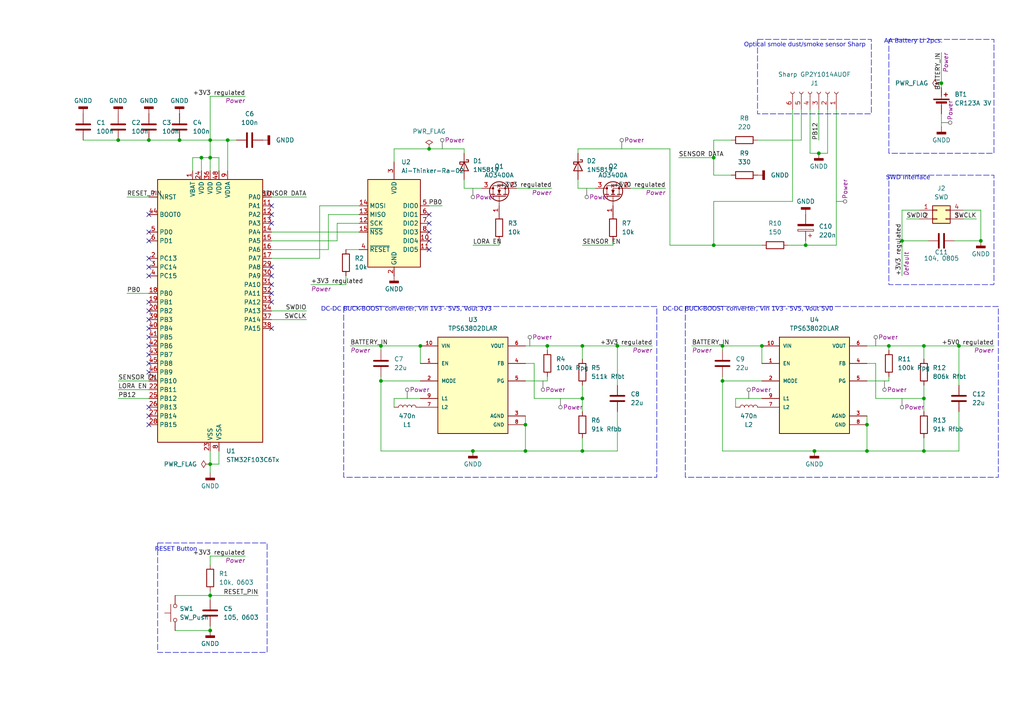
<source format=kicad_sch>
(kicad_sch (version 20250114) (generator "eeschema") (generator_version "9.0")
  (paper "A4")
  (title_block (title "Датчик дыма") (date "2025-05-07") (rev "000.000.001") (comment 2 "Бурыкин И.Ю."))
  (lib_symbols
    (symbol "Connector:Conn_01x06_Socket" (pin_names (offset 1.016) (hide yes))
      (property "Reference" "J" (at 0 7.62 0))
      (property "Value" "Conn_01x06_Socket" (at 0 -10.16 0))
      (symbol "Conn_01x06_Socket_1_1"
        (polyline (pts (xy -1.27 5.08) (xy -0.508 5.08)) (stroke (width 0.1524)))
        (polyline (pts (xy -1.27 2.54) (xy -0.508 2.54)) (stroke (width 0.1524)))
        (polyline (pts (xy -1.27 0) (xy -0.508 0)) (stroke (width 0.1524)))
        (polyline (pts (xy -1.27 -2.54) (xy -0.508 -2.54)) (stroke (width 0.1524)))
        (polyline (pts (xy -1.27 -5.08) (xy -0.508 -5.08)) (stroke (width 0.1524)))
        (polyline (pts (xy -1.27 -7.62) (xy -0.508 -7.62)) (stroke (width 0.1524)))
        (arc (start 0 4.572) (mid -0.5058 5.08) (end 0 5.588) (stroke (width 0.1524)))
        (arc (start 0 2.032) (mid -0.5058 2.54) (end 0 3.048) (stroke (width 0.1524)))
        (arc (start 0 -0.508) (mid -0.5058 0) (end 0 0.508) (stroke (width 0.1524)))
        (arc (start 0 -3.048) (mid -0.5058 -2.54) (end 0 -2.032) (stroke (width 0.1524)))
        (arc (start 0 -5.588) (mid -0.5058 -5.08) (end 0 -4.572) (stroke (width 0.1524)))
        (arc (start 0 -8.128) (mid -0.5058 -7.62) (end 0 -7.112) (stroke (width 0.1524)))
        (pin passive line (at -5.08 5.08 0) (length 3.81) (name "Pin_1") (number "1"))
        (pin passive line (at -5.08 2.54 0) (length 3.81) (name "Pin_2") (number "2"))
        (pin passive line (at -5.08 0 0) (length 3.81) (name "Pin_3") (number "3"))
        (pin passive line (at -5.08 -2.54 0) (length 3.81) (name "Pin_4") (number "4"))
        (pin passive line (at -5.08 -5.08 0) (length 3.81) (name "Pin_5") (number "5"))
        (pin passive line (at -5.08 -7.62 0) (length 3.81) (name "Pin_6") (number "6"))
      )
    )
    (symbol "Connector_Generic:Conn_02x02_Counter_Clockwise" (pin_names (offset 1.016) (hide yes))
      (property "Reference" "J" (at 1.27 2.54 0))
      (property "Value" "Conn_02x02_Counter_Clockwise" (at 1.27 -5.08 0))
      (symbol "Conn_02x02_Counter_Clockwise_1_1"
        (rectangle (start -1.27 1.27) (end 3.81 -3.81) (stroke (width 0.254)) (fill (type background)))
        (rectangle (start -1.27 0.127) (end 0 -0.127) (stroke (width 0.1524)))
        (rectangle (start -1.27 -2.413) (end 0 -2.667) (stroke (width 0.1524)))
        (rectangle (start 3.81 0.127) (end 2.54 -0.127) (stroke (width 0.1524)))
        (rectangle (start 3.81 -2.413) (end 2.54 -2.667) (stroke (width 0.1524)))
        (pin passive line (at -5.08 0 0) (length 3.81) (name "Pin_1") (number "1"))
        (pin passive line (at -5.08 -2.54 0) (length 3.81) (name "Pin_2") (number "2"))
        (pin passive line (at 7.62 0 180) (length 3.81) (name "Pin_4") (number "4"))
        (pin passive line (at 7.62 -2.54 180) (length 3.81) (name "Pin_3") (number "3"))
      )
    )
    (symbol "Custom_library:TPS63802DLAR" (pin_names (offset 1.016))
      (property "Reference" "U" (at -10.16 13.97 0))
      (property "Value" "TPS63802DLAR" (at -10.16 -16.51 0))
      (symbol "TPS63802DLAR_0_0"
        (rectangle (start -10.16 12.7) (end 10.16 -15.24) (stroke (width 0.254)) (fill (type background)))
        (pin input line (at -15.24 5.08 0) (length 5.08) (name "EN") (number "1"))
        (pin input line (at -15.24 0 0) (length 5.08) (name "MODE") (number "2"))
        (pin passive line (at -15.24 -5.08 0) (length 5.08) (name "L1") (number "9"))
        (pin passive line (at -15.24 -7.62 0) (length 5.08) (name "L2") (number "7"))
        (pin input line (at 15.24 5.08 180) (length 5.08) (name "FB") (number "4"))
        (pin output line (at 15.24 0 180) (length 5.08) (name "PG") (number "5"))
        (pin power_in line (at 15.24 -10.16 180) (length 5.08) (name "AGND") (number "3"))
        (pin power_in line (at 15.24 -12.7 180) (length 5.08) (name "GND") (number "8"))
      )
      (symbol "TPS63802DLAR_1_0"
        (pin power_in line (at -15.24 10.16 0) (length 5.08) (name "VIN") (number "10"))
        (pin power_out line (at 15.24 10.16 180) (length 5.08) (name "VOUT") (number "6"))
      )
    )
    (symbol "Device:Battery_Cell" (pin_numbers (hide yes)) (pin_names (offset 0) (hide yes))
      (property "Reference" "BT" (at 2.54 2.54 0))
      (property "Value" "Battery_Cell" (at 2.54 0 0))
      (symbol "Battery_Cell_0_1"
        (rectangle (start -2.286 1.778) (end 2.286 1.524) (fill (type outline)))
        (rectangle (start -1.524 1.016) (end 1.524 0.508) (fill (type outline)))
        (polyline (pts (xy 0 1.778) (xy 0 2.54)))
        (polyline (pts (xy 0 0.762) (xy 0 0)))
        (polyline (pts (xy 0.762 3.048) (xy 1.778 3.048)) (stroke (width 0.254)))
        (polyline (pts (xy 1.27 3.556) (xy 1.27 2.54)) (stroke (width 0.254)))
      )
      (symbol "Battery_Cell_1_1"
        (pin passive line (at 0 5.08 270) (length 2.54) (name "+") (number "1"))
        (pin passive line (at 0 -2.54 90) (length 2.54) (name "-") (number "2"))
      )
    )
    (symbol "Device:C" (pin_numbers (hide yes)) (pin_names (offset 0.254))
      (property "Reference" "C" (at 0.635 2.54 0))
      (property "Value" "C" (at 0.635 -2.54 0))
      (symbol "C_0_1"
        (polyline (pts (xy -2.032 0.762) (xy 2.032 0.762)) (stroke (width 0.508)))
        (polyline (pts (xy -2.032 -0.762) (xy 2.032 -0.762)) (stroke (width 0.508)))
      )
      (symbol "C_1_1"
        (pin passive line (at 0 3.81 270) (length 2.794) (name "~") (number "1"))
        (pin passive line (at 0 -3.81 90) (length 2.794) (name "~") (number "2"))
      )
    )
    (symbol "Device:C_Polarized" (pin_numbers (hide yes)) (pin_names (offset 0.254))
      (property "Reference" "C" (at 0.635 2.54 0))
      (property "Value" "C_Polarized" (at 0.635 -2.54 0))
      (symbol "C_Polarized_0_1"
        (rectangle (start -2.286 0.508) (end 2.286 1.016))
        (polyline (pts (xy -1.778 2.286) (xy -0.762 2.286)))
        (polyline (pts (xy -1.27 2.794) (xy -1.27 1.778)))
        (rectangle (start 2.286 -0.508) (end -2.286 -1.016) (fill (type outline)))
      )
      (symbol "C_Polarized_1_1"
        (pin passive line (at 0 3.81 270) (length 2.794) (name "~") (number "1"))
        (pin passive line (at 0 -3.81 90) (length 2.794) (name "~") (number "2"))
      )
    )
    (symbol "Device:L" (pin_numbers (hide yes)) (pin_names (offset 1.016) (hide yes))
      (property "Reference" "L" (at -1.27 0 90))
      (property "Value" "L" (at 1.905 0 90))
      (symbol "L_0_1"
        (arc (start 0 2.54) (mid 0.6323 1.905) (end 0 1.27))
        (arc (start 0 1.27) (mid 0.6323 0.635) (end 0 0))
        (arc (start 0 0) (mid 0.6323 -0.635) (end 0 -1.27))
        (arc (start 0 -1.27) (mid 0.6323 -1.905) (end 0 -2.54))
      )
      (symbol "L_1_1"
        (pin passive line (at 0 3.81 270) (length 1.27) (name "1") (number "1"))
        (pin passive line (at 0 -3.81 90) (length 1.27) (name "2") (number "2"))
      )
    )
    (symbol "Device:R" (pin_numbers (hide yes)) (pin_names (offset 0))
      (property "Reference" "R" (at 2.032 0 90))
      (property "Value" "R" (at 0 0 90))
      (symbol "R_0_1"
        (rectangle (start -1.016 -2.54) (end 1.016 2.54) (stroke (width 0.254)))
      )
      (symbol "R_1_1"
        (pin passive line (at 0 3.81 270) (length 1.27) (name "~") (number "1"))
        (pin passive line (at 0 -3.81 90) (length 1.27) (name "~") (number "2"))
      )
    )
    (symbol "Diode:1N5819" (pin_numbers (hide yes)) (pin_names (offset 1.016) (hide yes))
      (property "Reference" "D" (at 0 2.54 0))
      (property "Value" "1N5819" (at 0 -2.54 0))
      (symbol "1N5819_0_1"
        (polyline (pts (xy -1.905 0.635) (xy -1.905 1.27) (xy -1.27 1.27) (xy -1.27 -1.27) (xy -0.635 -1.27) (xy -0.635 -0.635)) (stroke (width 0.254)))
        (polyline (pts (xy 1.27 1.27) (xy 1.27 -1.27) (xy -1.27 0) (xy 1.27 1.27)) (stroke (width 0.254)))
        (polyline (pts (xy 1.27 0) (xy -1.27 0)))
      )
      (symbol "1N5819_1_1"
        (pin passive line (at -3.81 0 0) (length 2.54) (name "K") (number "1"))
        (pin passive line (at 3.81 0 180) (length 2.54) (name "A") (number "2"))
      )
    )
    (symbol "MCU_ST_STM32F1:STM32F103C6Tx"
      (property "Reference" "U" (at -15.24 39.37 0))
      (property "Value" "STM32F103C6Tx" (at 7.62 39.37 0))
      (symbol "STM32F103C6Tx_0_1"
        (rectangle (start -15.24 -38.1) (end 15.24 38.1) (stroke (width 0.254)) (fill (type background)))
      )
      (symbol "STM32F103C6Tx_1_1"
        (pin input line (at -17.78 33.02 0) (length 2.54) (name "NRST") (number "7"))
        (pin input line (at -17.78 27.94 0) (length 2.54) (name "BOOT0") (number "44"))
        (pin bidirectional line (at -17.78 22.86 0) (length 2.54) (name "PD0") (number "5"))
        (pin bidirectional line (at -17.78 20.32 0) (length 2.54) (name "PD1") (number "6"))
        (pin bidirectional line (at -17.78 15.24 0) (length 2.54) (name "PC13") (number "2"))
        (pin bidirectional line (at -17.78 12.7 0) (length 2.54) (name "PC14") (number "3"))
        (pin bidirectional line (at -17.78 10.16 0) (length 2.54) (name "PC15") (number "4"))
        (pin bidirectional line (at -17.78 5.08 0) (length 2.54) (name "PB0") (number "18"))
        (pin bidirectional line (at -17.78 2.54 0) (length 2.54) (name "PB1") (number "19"))
        (pin bidirectional line (at -17.78 0 0) (length 2.54) (name "PB2") (number "20"))
        (pin bidirectional line (at -17.78 -2.54 0) (length 2.54) (name "PB3") (number "39"))
        (pin bidirectional line (at -17.78 -5.08 0) (length 2.54) (name "PB4") (number "40"))
        (pin bidirectional line (at -17.78 -7.62 0) (length 2.54) (name "PB5") (number "41"))
        (pin bidirectional line (at -17.78 -10.16 0) (length 2.54) (name "PB6") (number "42"))
        (pin bidirectional line (at -17.78 -12.7 0) (length 2.54) (name "PB7") (number "43"))
        (pin bidirectional line (at -17.78 -15.24 0) (length 2.54) (name "PB8") (number "45"))
        (pin bidirectional line (at -17.78 -17.78 0) (length 2.54) (name "PB9") (number "46"))
        (pin bidirectional line (at -17.78 -20.32 0) (length 2.54) (name "PB10") (number "21"))
        (pin bidirectional line (at -17.78 -22.86 0) (length 2.54) (name "PB11") (number "22"))
        (pin bidirectional line (at -17.78 -25.4 0) (length 2.54) (name "PB12") (number "25"))
        (pin bidirectional line (at -17.78 -27.94 0) (length 2.54) (name "PB13") (number "26"))
        (pin bidirectional line (at -17.78 -30.48 0) (length 2.54) (name "PB14") (number "27"))
        (pin bidirectional line (at -17.78 -33.02 0) (length 2.54) (name "PB15") (number "28"))
        (pin power_in line (at -5.08 40.64 270) (length 2.54) (name "VBAT") (number "1"))
        (pin power_in line (at -2.54 40.64 270) (length 2.54) (name "VDD") (number "24"))
        (pin power_in line (at 0 40.64 270) (length 2.54) (name "VDD") (number "36"))
        (pin power_in line (at 0 -40.64 90) (length 2.54) (name "VSS") (number "23"))
        (pin passive line (at 0 -40.64 90) (length 2.54) (hide yes) (name "VSS") (number "35"))
        (pin passive line (at 0 -40.64 90) (length 2.54) (hide yes) (name "VSS") (number "47"))
        (pin power_in line (at 2.54 40.64 270) (length 2.54) (name "VDD") (number "48"))
        (pin power_in line (at 2.54 -40.64 90) (length 2.54) (name "VSSA") (number "8"))
        (pin power_in line (at 5.08 40.64 270) (length 2.54) (name "VDDA") (number "9"))
        (pin bidirectional line (at 17.78 33.02 180) (length 2.54) (name "PA0") (number "10"))
        (pin bidirectional line (at 17.78 30.48 180) (length 2.54) (name "PA1") (number "11"))
        (pin bidirectional line (at 17.78 27.94 180) (length 2.54) (name "PA2") (number "12"))
        (pin bidirectional line (at 17.78 25.4 180) (length 2.54) (name "PA3") (number "13"))
        (pin bidirectional line (at 17.78 22.86 180) (length 2.54) (name "PA4") (number "14"))
        (pin bidirectional line (at 17.78 20.32 180) (length 2.54) (name "PA5") (number "15"))
        (pin bidirectional line (at 17.78 17.78 180) (length 2.54) (name "PA6") (number "16"))
        (pin bidirectional line (at 17.78 15.24 180) (length 2.54) (name "PA7") (number "17"))
        (pin bidirectional line (at 17.78 12.7 180) (length 2.54) (name "PA8") (number "29"))
        (pin bidirectional line (at 17.78 10.16 180) (length 2.54) (name "PA9") (number "30"))
        (pin bidirectional line (at 17.78 7.62 180) (length 2.54) (name "PA10") (number "31"))
        (pin bidirectional line (at 17.78 5.08 180) (length 2.54) (name "PA11") (number "32"))
        (pin bidirectional line (at 17.78 2.54 180) (length 2.54) (name "PA12") (number "33"))
        (pin bidirectional line (at 17.78 0 180) (length 2.54) (name "PA13") (number "34"))
        (pin bidirectional line (at 17.78 -2.54 180) (length 2.54) (name "PA14") (number "37"))
        (pin bidirectional line (at 17.78 -5.08 180) (length 2.54) (name "PA15") (number "38"))
      )
    )
    (symbol "RF_Module:Ai-Thinker-Ra-02"
      (property "Reference" "U" (at 2.54 19.05 0))
      (property "Value" "Ai-Thinker-Ra-02" (at 13.97 -15.24 0))
      (symbol "Ai-Thinker-Ra-02_0_1"
        (rectangle (start -7.62 12.7) (end 7.62 -12.7) (stroke (width 0.254)) (fill (type background)))
      )
      (symbol "Ai-Thinker-Ra-02_1_1"
        (pin input line (at -10.16 5.08 0) (length 2.54) (name "MOSI") (number "14"))
        (pin output line (at -10.16 2.54 0) (length 2.54) (name "MISO") (number "13"))
        (pin input line (at -10.16 0 0) (length 2.54) (name "SCK") (number "12"))
        (pin input line (at -10.16 -2.54 0) (length 2.54) (name "~{NSS}") (number "15"))
        (pin input line (at -10.16 -7.62 0) (length 2.54) (name "~{RESET}") (number "4"))
        (pin power_in line (at 0 17.78 270) (length 5.08) (name "VDD") (number "3"))
        (pin passive line (at 0 -15.24 90) (length 2.54) (hide yes) (name "GND") (number "1"))
        (pin passive line (at 0 -15.24 90) (length 2.54) (hide yes) (name "GND") (number "16"))
        (pin power_in line (at 0 -15.24 90) (length 2.54) (name "GND") (number "2"))
        (pin passive line (at 0 -15.24 90) (length 2.54) (hide yes) (name "GND") (number "9"))
        (pin bidirectional line (at 10.16 5.08 180) (length 2.54) (name "DIO0") (number "5"))
        (pin bidirectional line (at 10.16 2.54 180) (length 2.54) (name "DIO1") (number "6"))
        (pin bidirectional line (at 10.16 0 180) (length 2.54) (name "DIO2") (number "7"))
        (pin bidirectional line (at 10.16 -2.54 180) (length 2.54) (name "DIO3") (number "8"))
        (pin bidirectional line (at 10.16 -5.08 180) (length 2.54) (name "DIO4") (number "10"))
        (pin bidirectional line (at 10.16 -7.62 180) (length 2.54) (name "DIO5") (number "11"))
      )
    )
    (symbol "Switch:SW_Push" (pin_numbers (hide yes)) (pin_names (offset 1.016) (hide yes))
      (property "Reference" "SW" (at 1.27 2.54 0))
      (property "Value" "SW_Push" (at 0 -1.524 0))
      (symbol "SW_Push_0_1"
        (circle (center -2.032 0) (radius 0.508))
        (polyline (pts (xy 0 1.27) (xy 0 3.048)))
        (circle (center 2.032 0) (radius 0.508))
        (polyline (pts (xy 2.54 1.27) (xy -2.54 1.27)))
        (pin passive line (at -5.08 0 0) (length 2.54) (name "1") (number "1"))
        (pin passive line (at 5.08 0 180) (length 2.54) (name "2") (number "2"))
      )
    )
    (symbol "TPS63802DLAR_1" (pin_names (offset 1.016))
      (property "Reference" "U" (at -10.16 13.97 0))
      (property "Value" "TPS63802DLAR" (at -10.16 -16.51 0))
      (symbol "TPS63802DLAR_1_0_0"
        (rectangle (start -10.16 12.7) (end 10.16 -15.24) (stroke (width 0.254)) (fill (type background)))
        (pin input line (at -15.24 5.08 0) (length 5.08) (name "EN") (number "1"))
        (pin input line (at -15.24 0 0) (length 5.08) (name "MODE") (number "2"))
        (pin passive line (at -15.24 -5.08 0) (length 5.08) (name "L1") (number "9"))
        (pin passive line (at -15.24 -7.62 0) (length 5.08) (name "L2") (number "7"))
        (pin input line (at 15.24 5.08 180) (length 5.08) (name "FB") (number "4"))
        (pin output line (at 15.24 0 180) (length 5.08) (name "PG") (number "5"))
        (pin power_in line (at 15.24 -10.16 180) (length 5.08) (name "AGND") (number "3"))
        (pin power_in line (at 15.24 -12.7 180) (length 5.08) (name "GND") (number "8"))
      )
      (symbol "TPS63802DLAR_1_1_0"
        (pin power_in line (at -15.24 10.16 0) (length 5.08) (name "VIN") (number "10"))
        (pin power_out line (at 15.24 10.16 180) (length 5.08) (name "VOUT") (number "6"))
      )
    )
    (symbol "Transistor_FET:AO3400A" (pin_names (hide yes))
      (property "Reference" "Q" (at 5.08 1.905 0))
      (property "Value" "AO3400A" (at 5.08 0 0))
      (symbol "AO3400A_0_1"
        (polyline (pts (xy 0.254 1.905) (xy 0.254 -1.905)) (stroke (width 0.254)))
        (polyline (pts (xy 0.254 0) (xy -2.54 0)))
        (polyline (pts (xy 0.762 2.286) (xy 0.762 1.27)) (stroke (width 0.254)))
        (polyline (pts (xy 0.762 0.508) (xy 0.762 -0.508)) (stroke (width 0.254)))
        (polyline (pts (xy 0.762 -1.27) (xy 0.762 -2.286)) (stroke (width 0.254)))
        (polyline (pts (xy 0.762 -1.778) (xy 3.302 -1.778) (xy 3.302 1.778) (xy 0.762 1.778)))
        (polyline (pts (xy 1.016 0) (xy 2.032 0.381) (xy 2.032 -0.381) (xy 1.016 0)) (fill (type outline)))
        (circle (center 1.651 0) (radius 2.794) (stroke (width 0.254)))
        (polyline (pts (xy 2.54 2.54) (xy 2.54 1.778)))
        (circle (center 2.54 1.778) (radius 0.254) (fill (type outline)))
        (circle (center 2.54 -1.778) (radius 0.254) (fill (type outline)))
        (polyline (pts (xy 2.54 -2.54) (xy 2.54 0) (xy 0.762 0)))
        (polyline (pts (xy 2.794 0.508) (xy 2.921 0.381) (xy 3.683 0.381) (xy 3.81 0.254)))
        (polyline (pts (xy 3.302 0.381) (xy 2.921 -0.254) (xy 3.683 -0.254) (xy 3.302 0.381)))
      )
      (symbol "AO3400A_1_1"
        (pin input line (at -5.08 0 0) (length 2.54) (name "G") (number "1"))
        (pin passive line (at 2.54 5.08 270) (length 2.54) (name "D") (number "3"))
        (pin passive line (at 2.54 -5.08 90) (length 2.54) (name "S") (number "2"))
      )
    )
    (symbol "power:GNDD" (power) (pin_numbers (hide yes)) (pin_names (offset 0) (hide yes))
      (property "Value" "GNDD" (at 0 -3.175 0))
      (symbol "GNDD_0_1"
        (rectangle (start -1.27 -1.524) (end 1.27 -2.032) (stroke (width 0.254)) (fill (type outline)))
        (polyline (pts (xy 0 0) (xy 0 -1.524)))
      )
      (symbol "GNDD_1_1"
        (pin power_in line (at 0 0 270) (length 0) (name "~") (number "1"))
      )
    )
    (symbol "power:PWR_FLAG" (power) (pin_numbers (hide yes)) (pin_names (offset 0) (hide yes))
      (property "Value" "PWR_FLAG" (at 0 3.81 0))
      (symbol "PWR_FLAG_0_0"
        (pin power_out line (at 0 0 90) (length 0) (name "~") (number "1"))
      )
      (symbol "PWR_FLAG_0_1"
        (polyline (pts (xy 0 0) (xy 0 1.27) (xy -1.016 1.905) (xy 0 2.54) (xy 1.016 1.905) (xy 0 1.27)))
      )
    )
  )
  (rectangle (start 257.81 50.8) (end 288.29 82.55) (stroke (width 0) (type dash)))
  (rectangle (start 257.81 11.43) (end 288.29 44.45) (stroke (width 0) (type dash)))
  (rectangle (start 99.695 88.9) (end 190.5 138.43) (stroke (width 0) (type dash)))
  (rectangle (start 45.72 157.48) (end 77.47 189.23) (stroke (width 0) (type dash)))
  (rectangle (start 219.71 11.43) (end 252.73 33.02) (stroke (width 0) (type dash)))
  (rectangle (start 198.755 88.9) (end 289.56 138.43) (stroke (width 0) (type dash)))
  (text "SWD Interface\n\n" (at 263.398 53.086 0) (effects (font (size 1.27 1.27))))
  (text "RESET Button" (at 51.054 159.766 0) (effects (font (size 1.27 1.27))))
  (text "AA Battery Li 2pcs.\n\n" (at 264.922 13.462 0) (effects (font (size 1.27 1.27))))
  (text "DC-DC BUCK-BOOST converter, Vin 1V3 - 5V5, Vout 3V3\n\n" (at 117.856 91.186 0) (effects (font (size 1.27 1.27))))
  (text "Optical smole dust/smoke sensor Sharp" (at 233.426 13.462 0) (effects (font (size 1.27 1.27))))
  (text "DC-DC BUCK-BOOST converter, Vin 1V3 - 5V5, Vout 5V0\n\n" (at 216.916 91.186 0) (effects (font (size 1.27 1.27))))
  (junction (at 236.22 130.81))
  (junction (at 233.68 71.12))
  (junction (at 66.04 40.64))
  (junction (at 209.55 110.49))
  (junction (at 110.49 110.49))
  (junction (at 158.75 100.33))
  (junction (at 257.81 100.33))
  (junction (at 267.97 130.81))
  (junction (at 168.91 115.57))
  (junction (at 60.96 172.72))
  (junction (at 60.96 45.72))
  (junction (at 60.96 134.62))
  (junction (at 267.97 100.33))
  (junction (at 34.29 40.64))
  (junction (at 168.91 100.33))
  (junction (at 152.4 123.19))
  (junction (at 58.42 45.72))
  (junction (at 267.97 115.57))
  (junction (at 278.13 100.33))
  (junction (at 284.48 69.85))
  (junction (at 52.07 40.64))
  (junction (at 207.01 71.12))
  (junction (at 152.4 130.81))
  (junction (at 168.91 130.81))
  (junction (at 261.62 69.85))
  (junction (at 179.07 100.33))
  (junction (at 251.46 123.19))
  (junction (at 209.55 100.33))
  (junction (at 110.49 100.33))
  (junction (at 43.18 40.64))
  (junction (at 237.49 44.45))
  (junction (at 207.01 45.72))
  (junction (at 220.98 100.33))
  (junction (at 273.05 24.13))
  (junction (at 137.16 130.81))
  (junction (at 60.96 182.88))
  (junction (at 60.96 40.64))
  (junction (at 251.46 130.81))
  (junction (at 124.46 43.18))
  (junction (at 121.92 100.33))
  (no_connect (at 124.46 62.23))
  (no_connect (at 43.18 97.79))
  (no_connect (at 78.74 95.25))
  (no_connect (at 43.18 100.33))
  (no_connect (at 78.74 87.63))
  (no_connect (at 78.74 85.09))
  (no_connect (at 124.46 64.77))
  (no_connect (at 43.18 74.93))
  (no_connect (at 78.74 82.55))
  (no_connect (at 124.46 69.85))
  (no_connect (at 78.74 80.01))
  (no_connect (at 43.18 107.95))
  (no_connect (at 78.74 62.23))
  (no_connect (at 43.18 123.19))
  (no_connect (at 43.18 77.47))
  (no_connect (at 78.74 77.47))
  (no_connect (at 43.18 62.23))
  (no_connect (at 43.18 92.71))
  (no_connect (at 43.18 95.25))
  (no_connect (at 78.74 59.69))
  (no_connect (at 124.46 67.31))
  (no_connect (at 43.18 105.41))
  (no_connect (at 43.18 120.65))
  (no_connect (at 43.18 80.01))
  (no_connect (at 124.46 72.39))
  (no_connect (at 43.18 69.85))
  (no_connect (at 43.18 67.31))
  (no_connect (at 78.74 64.77))
  (no_connect (at 43.18 118.11))
  (no_connect (at 43.18 102.87))
  (no_connect (at 43.18 87.63))
  (no_connect (at 43.18 90.17))
  (wire (pts (xy 43.18 40.64) (xy 52.07 40.64)))
  (wire (pts (xy 134.62 54.61) (xy 134.62 52.07)))
  (wire (pts (xy 167.64 54.61) (xy 172.72 54.61)))
  (wire (pts (xy 78.74 90.17) (xy 88.9 90.17)))
  (wire (pts (xy 66.04 40.64) (xy 66.04 49.53)))
  (wire (pts (xy 288.29 100.33) (xy 278.13 100.33)))
  (wire (pts (xy 167.64 43.18) (xy 194.31 43.18)))
  (wire (pts (xy 114.3 115.57) (xy 121.92 115.57)))
  (wire (pts (xy 261.62 60.96) (xy 261.62 69.85)))
  (wire (pts (xy 152.4 110.49) (xy 158.75 110.49)))
  (wire (pts (xy 58.42 45.72) (xy 60.96 45.72)))
  (wire (pts (xy 110.49 110.49) (xy 121.92 110.49)))
  (wire (pts (xy 267.97 100.33) (xy 278.13 100.33)))
  (wire (pts (xy 200.66 100.33) (xy 209.55 100.33)))
  (wire (pts (xy 232.41 40.64) (xy 219.71 40.64)))
  (wire (pts (xy 60.96 130.81) (xy 60.96 134.62)))
  (wire (pts (xy 168.91 100.33) (xy 179.07 100.33)))
  (wire (pts (xy 158.75 101.6) (xy 158.75 100.33)))
  (wire (pts (xy 58.42 45.72) (xy 58.42 49.53)))
  (wire (pts (xy 267.97 100.33) (xy 267.97 104.14)))
  (wire (pts (xy 55.88 45.72) (xy 55.88 49.53)))
  (wire (pts (xy 233.68 71.12) (xy 233.68 69.85)))
  (wire (pts (xy 257.81 101.6) (xy 257.81 100.33)))
  (wire (pts (xy 251.46 130.81) (xy 267.97 130.81)))
  (wire (pts (xy 97.79 64.77) (xy 104.14 64.77)))
  (wire (pts (xy 209.55 110.49) (xy 209.55 130.81)))
  (wire (pts (xy 236.22 130.81) (xy 251.46 130.81)))
  (wire (pts (xy 232.41 31.75) (xy 232.41 40.64)))
  (wire (pts (xy 34.29 40.64) (xy 43.18 40.64)))
  (wire (pts (xy 144.78 71.12) (xy 144.78 69.85)))
  (wire (pts (xy 209.55 100.33) (xy 220.98 100.33)))
  (wire (pts (xy 233.68 71.12) (xy 242.57 71.12)))
  (wire (pts (xy 168.91 100.33) (xy 168.91 104.14)))
  (wire (pts (xy 60.96 182.88) (xy 60.96 181.61)))
  (wire (pts (xy 60.96 40.64) (xy 66.04 40.64)))
  (wire (pts (xy 71.12 161.29) (xy 60.96 161.29)))
  (wire (pts (xy 95.25 72.39) (xy 95.25 62.23)))
  (wire (pts (xy 273.05 33.02) (xy 273.05 36.83)))
  (wire (pts (xy 110.49 100.33) (xy 121.92 100.33)))
  (wire (pts (xy 97.79 69.85) (xy 97.79 64.77)))
  (wire (pts (xy 152.4 130.81) (xy 168.91 130.81)))
  (wire (pts (xy 60.96 172.72) (xy 60.96 171.45)))
  (wire (pts (xy 121.92 100.33) (xy 121.92 105.41)))
  (wire (pts (xy 137.16 130.81) (xy 110.49 130.81)))
  (wire (pts (xy 114.3 115.57) (xy 114.3 118.11)))
  (wire (pts (xy 168.91 127) (xy 168.91 130.81)))
  (wire (pts (xy 114.3 43.18) (xy 114.3 46.99)))
  (wire (pts (xy 50.8 182.88) (xy 60.96 182.88)))
  (wire (pts (xy 110.49 110.49) (xy 110.49 130.81)))
  (wire (pts (xy 266.7 60.96) (xy 261.62 60.96)))
  (wire (pts (xy 251.46 123.19) (xy 251.46 130.81)))
  (wire (pts (xy 261.62 69.85) (xy 261.62 80.01)))
  (wire (pts (xy 152.4 100.33) (xy 158.75 100.33)))
  (wire (pts (xy 168.91 71.12) (xy 177.8 71.12)))
  (wire (pts (xy 154.94 115.57) (xy 168.91 115.57)))
  (wire (pts (xy 60.96 45.72) (xy 60.96 49.53)))
  (wire (pts (xy 78.74 74.93) (xy 92.71 74.93)))
  (wire (pts (xy 179.07 100.33) (xy 189.23 100.33)))
  (wire (pts (xy 60.96 161.29) (xy 60.96 163.83)))
  (wire (pts (xy 60.96 173.99) (xy 60.96 172.72)))
  (wire (pts (xy 60.96 45.72) (xy 63.5 45.72)))
  (wire (pts (xy 78.74 67.31) (xy 104.14 67.31)))
  (wire (pts (xy 207.01 50.8) (xy 212.09 50.8)))
  (wire (pts (xy 228.6 71.12) (xy 233.68 71.12)))
  (wire (pts (xy 124.46 59.69) (xy 128.27 59.69)))
  (wire (pts (xy 194.31 71.12) (xy 207.01 71.12)))
  (wire (pts (xy 194.31 43.18) (xy 194.31 71.12)))
  (wire (pts (xy 110.49 110.49) (xy 110.49 109.22)))
  (wire (pts (xy 179.07 100.33) (xy 179.07 111.76)))
  (wire (pts (xy 213.36 115.57) (xy 220.98 115.57)))
  (wire (pts (xy 251.46 110.49) (xy 257.81 110.49)))
  (wire (pts (xy 167.64 43.18) (xy 167.64 44.45)))
  (wire (pts (xy 220.98 100.33) (xy 220.98 105.41)))
  (wire (pts (xy 167.64 54.61) (xy 167.64 52.07)))
  (wire (pts (xy 63.5 130.81) (xy 63.5 134.62)))
  (wire (pts (xy 88.9 57.15) (xy 78.74 57.15)))
  (wire (pts (xy 110.49 101.6) (xy 110.49 100.33)))
  (wire (pts (xy 207.01 40.64) (xy 207.01 45.72)))
  (wire (pts (xy 251.46 100.33) (xy 257.81 100.33)))
  (wire (pts (xy 24.13 40.64) (xy 34.29 40.64)))
  (wire (pts (xy 34.29 115.57) (xy 43.18 115.57)))
  (wire (pts (xy 229.87 31.75) (xy 229.87 58.42)))
  (wire (pts (xy 78.74 92.71) (xy 88.9 92.71)))
  (wire (pts (xy 100.33 82.55) (xy 100.33 80.01)))
  (wire (pts (xy 152.4 123.19) (xy 152.4 130.81)))
  (wire (pts (xy 154.94 105.41) (xy 154.94 115.57)))
  (wire (pts (xy 196.85 45.72) (xy 207.01 45.72)))
  (wire (pts (xy 101.6 100.33) (xy 110.49 100.33)))
  (wire (pts (xy 262.89 63.5) (xy 266.7 63.5)))
  (wire (pts (xy 95.25 62.23) (xy 104.14 62.23)))
  (wire (pts (xy 251.46 120.65) (xy 251.46 123.19)))
  (wire (pts (xy 257.81 100.33) (xy 267.97 100.33)))
  (wire (pts (xy 261.62 69.85) (xy 269.24 69.85)))
  (wire (pts (xy 267.97 130.81) (xy 278.13 130.81)))
  (wire (pts (xy 60.96 27.94) (xy 71.12 27.94)))
  (wire (pts (xy 209.55 101.6) (xy 209.55 100.33)))
  (wire (pts (xy 168.91 130.81) (xy 179.07 130.81)))
  (wire (pts (xy 179.07 119.38) (xy 179.07 130.81)))
  (wire (pts (xy 207.01 58.42) (xy 207.01 71.12)))
  (wire (pts (xy 234.95 44.45) (xy 237.49 44.45)))
  (wire (pts (xy 237.49 44.45) (xy 240.03 44.45)))
  (wire (pts (xy 213.36 115.57) (xy 213.36 118.11)))
  (wire (pts (xy 207.01 40.64) (xy 212.09 40.64)))
  (wire (pts (xy 52.07 40.64) (xy 60.96 40.64)))
  (wire (pts (xy 242.57 31.75) (xy 242.57 71.12)))
  (wire (pts (xy 134.62 44.45) (xy 134.62 43.18)))
  (wire (pts (xy 284.48 69.85) (xy 284.48 60.96)))
  (wire (pts (xy 240.03 31.75) (xy 240.03 44.45)))
  (wire (pts (xy 278.13 100.33) (xy 278.13 111.76)))
  (wire (pts (xy 267.97 111.76) (xy 267.97 115.57)))
  (wire (pts (xy 134.62 54.61) (xy 139.7 54.61)))
  (wire (pts (xy 257.81 109.22) (xy 257.81 110.49)))
  (wire (pts (xy 60.96 27.94) (xy 60.96 40.64)))
  (wire (pts (xy 78.74 69.85) (xy 97.79 69.85)))
  (wire (pts (xy 124.46 43.18) (xy 134.62 43.18)))
  (wire (pts (xy 149.86 54.61) (xy 160.02 54.61)))
  (wire (pts (xy 278.13 119.38) (xy 278.13 130.81)))
  (wire (pts (xy 229.87 58.42) (xy 207.01 58.42)))
  (wire (pts (xy 236.22 130.81) (xy 209.55 130.81)))
  (wire (pts (xy 177.8 71.12) (xy 177.8 69.85)))
  (wire (pts (xy 137.16 71.12) (xy 144.78 71.12)))
  (wire (pts (xy 92.71 74.93) (xy 92.71 59.69)))
  (wire (pts (xy 207.01 45.72) (xy 207.01 50.8)))
  (wire (pts (xy 182.88 54.61) (xy 193.04 54.61)))
  (wire (pts (xy 273.05 24.13) (xy 273.05 25.4)))
  (wire (pts (xy 43.18 110.49) (xy 34.29 110.49)))
  (wire (pts (xy 60.96 40.64) (xy 60.96 45.72)))
  (wire (pts (xy 267.97 127) (xy 267.97 130.81)))
  (wire (pts (xy 60.96 134.62) (xy 63.5 134.62)))
  (wire (pts (xy 104.14 72.39) (xy 100.33 72.39)))
  (wire (pts (xy 36.83 57.15) (xy 43.18 57.15)))
  (wire (pts (xy 284.48 60.96) (xy 279.4 60.96)))
  (wire (pts (xy 50.8 172.72) (xy 60.96 172.72)))
  (wire (pts (xy 207.01 71.12) (xy 220.98 71.12)))
  (wire (pts (xy 251.46 105.41) (xy 254 105.41)))
  (wire (pts (xy 152.4 120.65) (xy 152.4 123.19)))
  (wire (pts (xy 254 105.41) (xy 254 115.57)))
  (wire (pts (xy 60.96 134.62) (xy 60.96 137.16)))
  (wire (pts (xy 209.55 110.49) (xy 209.55 109.22)))
  (wire (pts (xy 60.96 172.72) (xy 74.93 172.72)))
  (wire (pts (xy 237.49 31.75) (xy 237.49 40.64)))
  (wire (pts (xy 152.4 105.41) (xy 154.94 105.41)))
  (wire (pts (xy 234.95 31.75) (xy 234.95 44.45)))
  (wire (pts (xy 168.91 115.57) (xy 168.91 119.38)))
  (wire (pts (xy 209.55 110.49) (xy 220.98 110.49)))
  (wire (pts (xy 34.29 113.03) (xy 43.18 113.03)))
  (wire (pts (xy 158.75 109.22) (xy 158.75 110.49)))
  (wire (pts (xy 66.04 40.64) (xy 68.58 40.64)))
  (wire (pts (xy 92.71 59.69) (xy 104.14 59.69)))
  (wire (pts (xy 158.75 100.33) (xy 168.91 100.33)))
  (wire (pts (xy 90.17 82.55) (xy 100.33 82.55)))
  (wire (pts (xy 267.97 115.57) (xy 267.97 119.38)))
  (wire (pts (xy 43.18 85.09) (xy 36.83 85.09)))
  (wire (pts (xy 254 115.57) (xy 267.97 115.57)))
  (wire (pts (xy 63.5 45.72) (xy 63.5 49.53)))
  (wire (pts (xy 114.3 43.18) (xy 124.46 43.18)))
  (wire (pts (xy 78.74 72.39) (xy 95.25 72.39)))
  (wire (pts (xy 273.05 15.24) (xy 273.05 24.13)))
  (wire (pts (xy 55.88 45.72) (xy 58.42 45.72)))
  (wire (pts (xy 168.91 111.76) (xy 168.91 115.57)))
  (wire (pts (xy 276.86 69.85) (xy 284.48 69.85)))
  (wire (pts (xy 137.16 130.81) (xy 152.4 130.81)))
  (wire (pts (xy 279.4 63.5) (xy 283.21 63.5)))
  (label "SWCLK" (at 88.9 92.71 180))
  (label "LORA EN" (at 137.16 71.12 0))
  (label "+3V3 regulated" (at 160.02 54.61 180) (property "Netclass" "Power" (at 160.02 55.88 0) (effects (font (italic yes)) (justify right))))
  (label "SENSOR EN" (at 34.29 110.49 0))
  (label "RESET_PIN" (at 74.93 172.72 180))
  (label "SENSOR DATA" (at 88.9 57.15 180))
  (label "SWCLK" (at 283.21 63.5 180))
  (label "BATTERY_IN" (at 200.66 100.33 0) (property "Netclass" "Power" (at 200.66 101.6 0) (effects (font (italic yes)) (justify left))))
  (label "+3V3 regulated" (at 261.62 80.01 90) (property "Netclass" "Default" (at 262.89 80.01 90) (effects (font (italic yes)) (justify left))))
  (label "+3V3 regulated" (at 71.12 27.94 180) (property "Netclass" "Power" (at 71.12 29.21 0) (effects (font (italic yes)) (justify right))))
  (label "PB12" (at 237.49 40.64 90))
  (label "LORA EN" (at 34.29 113.03 0))
  (label "PB12" (at 34.29 115.57 0))
  (label "BATTERY_IN" (at 273.05 15.24 270) (property "Netclass" "Power" (at 274.32 15.24 90) (effects (font (italic yes)) (justify right))))
  (label "SWDIO" (at 262.89 63.5 0))
  (label "SWDIO" (at 88.9 90.17 180))
  (label "+5V0 regulated" (at 288.29 100.33 180) (property "Netclass" "Power" (at 288.29 101.6 0) (effects (font (italic yes)) (justify right))))
  (label "RESET_PIN" (at 36.83 57.15 0))
  (label "+3V3 regulated" (at 90.17 82.55 0) (property "Netclass" "Power" (at 90.17 83.82 0) (effects (font (italic yes)) (justify left))))
  (label "+3V3 regulated" (at 71.12 161.29 180) (property "Netclass" "Power" (at 71.12 162.56 0) (effects (font (italic yes)) (justify right))))
  (label "+5V0 regulated" (at 193.04 54.61 180) (property "Netclass" "Power" (at 193.04 55.88 0) (effects (font (italic yes)) (justify right))))
  (label "+3V3 regulated" (at 189.23 100.33 180) (property "Netclass" "Power" (at 189.23 101.6 0) (effects (font (italic yes)) (justify right))))
  (label "BATTERY_IN" (at 101.6 100.33 0) (property "Netclass" "Power" (at 101.6 101.6 0) (effects (font (italic yes)) (justify left))))
  (label "SENSOR EN" (at 168.91 71.12 0))
  (label "PB0" (at 36.83 85.09 0))
  (label "PB0" (at 128.27 59.69 180))
  (label "SENSOR DATA" (at 196.85 45.72 0))
  (netclass_flag "" (length 2.54) (shape round) (at 153.67 100.33 0) (property "Netclass" "Power" (at 154.3685 97.79 0) (effects (justify left))))
  (netclass_flag "" (length 2.54) (shape round) (at 162.56 115.57 180) (property "Netclass" "Power" (at 163.2585 118.11 0) (effects (justify left))))
  (netclass_flag "" (length 2.54) (shape round) (at 137.16 54.61 180) (property "Netclass" "Power" (at 137.8585 57.15 0) (effects (justify left))))
  (netclass_flag "" (length 2.54) (shape round) (at 180.34 43.18 0) (property "Netclass" "Power" (at 181.0385 40.64 0) (effects (justify left))))
  (netclass_flag "" (length 2.54) (shape round) (at 157.48 110.49 180) (property "Netclass" "Power" (at 158.1785 113.03 0) (effects (justify left))))
  (netclass_flag "" (length 2.54) (shape round) (at 170.18 54.61 180) (property "Netclass" "Power" (at 170.8785 57.15 0) (effects (justify left))))
  (netclass_flag "" (length 2.54) (shape round) (at 256.54 110.49 180) (property "Netclass" "Power" (at 257.2385 113.03 0) (effects (justify left))))
  (netclass_flag "" (length 2.54) (shape round) (at 273.05 35.56 270) (property "Netclass" "Power" (at 275.59 34.8615 90) (effects (justify left))))
  (netclass_flag "" (length 2.54) (shape round) (at 128.27 43.18 0) (property "Netclass" "Power" (at 128.9685 40.64 0) (effects (justify left))))
  (netclass_flag "" (length 2.54) (shape round) (at 242.57 58.42 270) (property "Netclass" "Power" (at 245.11 57.7215 90) (effects (justify left))))
  (netclass_flag "" (length 2.54) (shape round) (at 217.17 115.57 0) (property "Netclass" "Power" (at 217.8685 113.03 0) (effects (justify left))))
  (netclass_flag "" (length 2.54) (shape round) (at 261.62 115.57 180) (property "Netclass" "Power" (at 262.3185 118.11 0) (effects (justify left))))
  (netclass_flag "" (length 2.54) (shape round) (at 118.11 115.57 0) (property "Netclass" "Power" (at 118.8085 113.03 0) (effects (justify left))))
  (netclass_flag "" (length 2.54) (shape round) (at 254 100.33 0) (property "Netclass" "Power" (at 254.6985 97.79 0) (effects (justify left))))
  (symbol (lib_id "Device:C") (at 179.07 115.57 0) (mirror y) (unit 1)
    (property "Reference" "C8" (at 182.88 114.3 0) (effects (justify right)))
    (property "Value" "22u" (at 182.88 116.84 0) (effects (justify right)))
    (property "Footprint" "Capacitor_SMD:C_0603_1608Metric_Pad1.08x0.95mm_HandSolder" (effects (hide yes)))
    (property "Datasheet" "https://search.murata.co.jp/Ceramy/image/img/A01X/G101/ENG/GRM188R60J226MEA0-01.pdf" (effects (hide yes)))
    (property "Description" "Unpolarized capacitor" (effects (hide yes)))
  )
  (symbol (lib_id "Device:R") (at 257.81 105.41 0) (unit 1)
    (property "Reference" "R11" (at 260.35 104.14 0) (effects (justify left)))
    (property "Value" "100k Rpg" (at 260.35 106.68 0) (effects (justify left)))
    (property "Footprint" "Resistor_SMD:R_0603_1608Metric_Pad0.98x0.95mm_HandSolder" (effects (hide yes)))
    (property "Datasheet" "https://www.vishay.com/docs/20035/dcrcwe3.pdf" (effects (hide yes)))
    (property "Description" "Resistor" (effects (hide yes)))
  )
  (symbol (lib_id "Device:R") (at 168.91 107.95 0) (unit 1)
    (property "Reference" "R5" (at 171.45 106.68 0) (effects (justify left)))
    (property "Value" "511k Rfbt" (at 171.45 109.22 0) (effects (justify left)))
    (property "Footprint" "Resistor_SMD:R_0603_1608Metric_Pad0.98x0.95mm_HandSolder" (effects (hide yes)))
    (property "Datasheet" "https://www.vishay.com/docs/20035/dcrcwe3.pdf" (effects (hide yes)))
    (property "Description" "Resistor" (effects (hide yes)))
  )
  (symbol (lib_id "Device:C") (at 24.13 36.83 180) (unit 1)
    (property "Reference" "C1" (at 27.94 35.56 0) (effects (justify right)))
    (property "Value" "100n" (at 27.94 38.1 0) (effects (justify right)))
    (property "Footprint" "Capacitor_SMD:C_0805_2012Metric_Pad1.18x1.45mm_HandSolder" (effects (hide yes)))
    (property "Description" "Unpolarized capacitor" (effects (hide yes)))
  )
  (symbol (lib_id "Device:R") (at 144.78 66.04 0) (unit 1)
    (property "Reference" "R3" (at 147.32 64.77 0) (effects (justify left)))
    (property "Value" "10k" (at 147.32 67.31 0) (effects (justify left)))
    (property "Footprint" "Resistor_SMD:R_0805_2012Metric_Pad1.20x1.40mm_HandSolder" (effects (hide yes)))
    (property "Description" "Resistor" (effects (hide yes)))
  )
  (symbol (lib_id "Device:R") (at 158.75 105.41 0) (unit 1)
    (property "Reference" "R4" (at 161.29 104.14 0) (effects (justify left)))
    (property "Value" "100k Rpg" (at 161.29 106.68 0) (effects (justify left)))
    (property "Footprint" "Resistor_SMD:R_0603_1608Metric_Pad0.98x0.95mm_HandSolder" (effects (hide yes)))
    (property "Datasheet" "https://www.vishay.com/docs/20035/dcrcwe3.pdf" (effects (hide yes)))
    (property "Description" "Resistor" (effects (hide yes)))
  )
  (symbol (lib_id "Device:R") (at 267.97 107.95 0) (unit 1)
    (property "Reference" "R12" (at 270.51 106.68 0) (effects (justify left)))
    (property "Value" "806k Rfbt" (at 270.51 109.22 0) (effects (justify left)))
    (property "Footprint" "Resistor_SMD:R_0603_1608Metric_Pad0.98x0.95mm_HandSolder" (effects (hide yes)))
    (property "Datasheet" "https://www.vishay.com/docs/20035/dcrcwe3.pdf" (effects (hide yes)))
    (property "Description" "Resistor" (effects (hide yes)))
  )
  (symbol (lib_id "Device:C") (at 43.18 36.83 180) (unit 1)
    (property "Reference" "C3" (at 46.99 35.56 0) (effects (justify right)))
    (property "Value" "100n" (at 46.99 38.1 0) (effects (justify right)))
    (property "Footprint" "Capacitor_SMD:C_0805_2012Metric_Pad1.18x1.45mm_HandSolder" (effects (hide yes)))
    (property "Description" "Unpolarized capacitor" (effects (hide yes)))
  )
  (symbol (lib_id "RF_Module:Ai-Thinker-Ra-02") (at 114.3 64.77 0) (unit 1)
    (property "Reference" "U2" (at 116.3865 46.99 0) (effects (justify left)))
    (property "Value" "Ai-Thinker-Ra-02" (at 116.3865 49.53 0) (effects (justify left)))
    (property "Footprint" "RF_Module:Ai-Thinker-Ra-01-LoRa" (effects (hide yes)))
    (property "Datasheet" "http://wiki.ai-thinker.com/_media/lora/docs/c048ps01a1_ra-02_product_specification_v1.1.pdf" (effects (hide yes)))
    (property "Description" "Ai-Thinker Ra-02 410-525 MHz LoRa Module, SPI interface, U.FL antenna connector" (effects (hide yes)))
  )
  (symbol (lib_id "Custom_library:TPS63802DLAR") (at 236.22 110.49 0) (unit 1)
    (property "Reference" "U4" (at 236.22 92.71 0))
    (property "Value" "TPS63802DLAR" (at 236.22 95.25 0))
    (property "Footprint" "Footprints:VREG_TPS63802DLAR" (effects (hide yes)))
    (property "Datasheet" "https://www.ti.com/lit/ds/symlink/tps63802.pdf?ts=1746895174737&ref_url=https%253A%252F%252Fwww.mouser.sk%252F" (effects (hide yes)))
    (property "MF" "Texas Instruments" (effects (hide yes)))
    (property "MAXIMUM_PACKAGE_HEIGHT" "1.0 mm" (effects (hide yes)))
    (property "Package" "VSON-HR-10 Texas Instruments" (effects (hide yes)))
    (property "Price" "None" (effects (hide yes)))
    (property "STANDARD" "Manufacturer Recommendations" (effects (hide yes)))
    (property "PARTREV" "B" (effects (hide yes)))
    (property "MP" "TPS63802DLAR" (effects (hide yes)))
    (property "Description_1" "2-A, high-efficient, 11-µA quiescent current buck-boost converter in QFN/DFN package" (effects (hide yes)))
    (property "Availability" "In Stock" (effects (hide yes)))
    (property "MANUFACTURER" "Texas Instruments" (effects (hide yes)))
  )
  (symbol (lib_id "power:GNDD") (at 273.05 36.83 0) (unit 1)
    (property "Reference" "#PWR014" (effects (hide yes)))
    (property "Value" "GNDD" (at 273.05 40.64 0))
    (property "Description" "Power symbol creates a global label with name \"GNDD\" , digital ground" (effects (hide yes)))
  )
  (symbol (lib_id "Connector_Generic:Conn_02x02_Counter_Clockwise") (at 271.78 60.96 0) (unit 1)
    (property "Reference" "J2" (at 273.05 54.61 0))
    (property "Value" "SWD" (at 273.05 57.15 0))
    (property "Footprint" "Connector_PinHeader_2.54mm:PinHeader_2x02_P2.54mm_Vertical" (effects (hide yes)))
    (property "Description" "Generic connector, double row, 02x02, counter clockwise pin numbering scheme (similar to DIP package numbering), script generated (kicad-library-utils/schlib/autogen/connector/)" (effects (hide yes)))
  )
  (symbol (lib_name "TPS63802DLAR_1") (lib_id "Custom_library:TPS63802DLAR") (at 137.16 110.49 0) (unit 1)
    (property "Reference" "U3" (at 137.16 92.71 0))
    (property "Value" "TPS63802DLAR" (at 137.16 95.25 0))
    (property "Footprint" "Footprints:VREG_TPS63802DLAR" (effects (hide yes)))
    (property "Datasheet" "https://www.ti.com/lit/ds/symlink/tps63802.pdf?ts=1746895174737&ref_url=https%253A%252F%252Fwww.mouser.sk%252F" (effects (hide yes)))
    (property "MF" "Texas Instruments" (effects (hide yes)))
    (property "MAXIMUM_PACKAGE_HEIGHT" "1.0 mm" (effects (hide yes)))
    (property "Package" "VSON-HR-10 Texas Instruments" (effects (hide yes)))
    (property "Price" "None" (effects (hide yes)))
    (property "STANDARD" "Manufacturer Recommendations" (effects (hide yes)))
    (property "PARTREV" "B" (effects (hide yes)))
    (property "MP" "TPS63802DLAR" (effects (hide yes)))
    (property "Description_1" "2-A, high-efficient, 11-µA quiescent current buck-boost converter in QFN/DFN package" (effects (hide yes)))
    (property "Availability" "In Stock" (effects (hide yes)))
    (property "MANUFACTURER" "Texas Instruments" (effects (hide yes)))
  )
  (symbol (lib_id "Device:Battery_Cell") (at 273.05 30.48 0) (unit 1)
    (property "Reference" "BT1" (at 276.86 27.3685 0) (effects (justify left)))
    (property "Value" "CR123A 3V" (at 276.86 29.9085 0) (effects (justify left)))
    (property "Footprint" "Battery:BatteryHolder_Keystone_2462_2xAA" (effects (hide yes)))
    (property "Description" "Single-cell battery" (effects (hide yes)))
    (property "Sim.Device" "V" (effects (hide yes)))
    (property "Sim.Type" "DC" (effects (hide yes)))
    (property "Sim.Pins" "1=+ 2=-" (effects (hide yes)))
    (property "Sim.Params" "dc=3" (effects (hide yes)))
  )
  (symbol (lib_id "power:GNDD") (at 52.07 33.02 180) (unit 1)
    (property "Reference" "#PWR04" (effects (hide yes)))
    (property "Value" "GNDD" (at 52.07 29.21 0))
    (property "Description" "Power symbol creates a global label with name \"GNDD\" , digital ground" (effects (hide yes)))
  )
  (symbol (lib_id "Device:C") (at 273.05 69.85 270) (unit 1)
    (property "Reference" "C11" (at 273.05 73.152 90))
    (property "Value" "104, 0805" (at 273.05 74.93 90))
    (property "Footprint" "Capacitor_SMD:C_0805_2012Metric_Pad1.18x1.45mm_HandSolder" (effects (hide yes)))
    (property "Description" "Unpolarized capacitor" (effects (hide yes)))
  )
  (symbol (lib_id "Device:C") (at 278.13 115.57 0) (mirror y) (unit 1)
    (property "Reference" "C12" (at 281.94 114.3 0) (effects (justify right)))
    (property "Value" "22u" (at 281.94 116.84 0) (effects (justify right)))
    (property "Footprint" "Capacitor_SMD:C_0603_1608Metric_Pad1.08x0.95mm_HandSolder" (effects (hide yes)))
    (property "Datasheet" "https://search.murata.co.jp/Ceramy/image/img/A01X/G101/ENG/GRM188R60J226MEA0-01.pdf" (effects (hide yes)))
    (property "Description" "Unpolarized capacitor" (effects (hide yes)))
  )
  (symbol (lib_id "Transistor_FET:AO3400A") (at 144.78 57.15 90) (unit 1)
    (property "Reference" "Q1" (at 144.78 48.26 90))
    (property "Value" "AO3400A" (at 144.78 50.8 90))
    (property "Footprint" "Package_TO_SOT_SMD:SOT-23" (effects (hide yes)))
    (property "Datasheet" "http://www.aosmd.com/pdfs/datasheet/AO3400A.pdf" (effects (hide yes)))
    (property "Description" "30V Vds, 5.7A Id, N-Channel MOSFET, SOT-23" (effects (hide yes)))
  )
  (symbol (lib_id "Device:C") (at 34.29 36.83 180) (unit 1)
    (property "Reference" "C2" (at 38.1 35.56 0) (effects (justify right)))
    (property "Value" "100n" (at 38.1 38.1 0) (effects (justify right)))
    (property "Footprint" "Capacitor_SMD:C_0805_2012Metric_Pad1.18x1.45mm_HandSolder" (effects (hide yes)))
    (property "Description" "Unpolarized capacitor" (effects (hide yes)))
  )
  (symbol (lib_id "power:GNDD") (at 233.68 62.23 180) (unit 1)
    (property "Reference" "#PWR011" (effects (hide yes)))
    (property "Value" "GNDD" (at 233.68 58.42 0))
    (property "Description" "Power symbol creates a global label with name \"GNDD\" , digital ground" (effects (hide yes)))
  )
  (symbol (lib_id "Device:R") (at 215.9 40.64 90) (unit 1)
    (property "Reference" "R8" (at 215.9 34.29 90))
    (property "Value" "220" (at 215.9 36.83 90))
    (property "Footprint" "Resistor_SMD:R_0805_2012Metric_Pad1.20x1.40mm_HandSolder" (effects (hide yes)))
    (property "Description" "Resistor" (effects (hide yes)))
  )
  (symbol (lib_id "Switch:SW_Push") (at 50.8 177.8 90) (unit 1)
    (property "Reference" "SW1" (at 52.07 176.53 90) (effects (justify right)))
    (property "Value" "SW_Push" (at 52.07 179.07 90) (effects (justify right)))
    (property "Footprint" "Button_Switch_THT:SW_PUSH_6mm_H4.3mm" (effects (hide yes)))
    (property "Description" "Push button switch, generic, two pins" (effects (hide yes)))
  )
  (symbol (lib_id "Device:C") (at 110.49 105.41 0) (unit 1)
    (property "Reference" "C7" (at 114.3 104.14 0) (effects (justify left)))
    (property "Value" "22u" (at 114.3 106.68 0) (effects (justify left)))
    (property "Footprint" "Capacitor_SMD:C_0603_1608Metric_Pad1.08x0.95mm_HandSolder" (effects (hide yes)))
    (property "Datasheet" "https://search.murata.co.jp/Ceramy/image/img/A01X/G101/ENG/GRM188R60J226MEA0-01.pdf" (effects (hide yes)))
    (property "Description" "Unpolarized capacitor" (effects (hide yes)))
  )
  (symbol (lib_id "Device:R") (at 215.9 50.8 90) (unit 1)
    (property "Reference" "R9" (at 215.9 44.45 90))
    (property "Value" "330" (at 215.9 46.99 90))
    (property "Footprint" "Resistor_SMD:R_0805_2012Metric_Pad1.20x1.40mm_HandSolder" (effects (hide yes)))
    (property "Description" "Resistor" (effects (hide yes)))
  )
  (symbol (lib_id "Device:L") (at 118.11 118.11 270) (mirror x) (unit 1)
    (property "Reference" "L1" (at 118.11 123.19 90))
    (property "Value" "470n" (at 118.11 120.65 90))
    (property "Footprint" "Inductor_SMD:L_Coilcraft_XxL4020" (effects (hide yes)))
    (property "Datasheet" "https://www.coilcraft.com/getmedia/84927b8b-f089-421b-a7f4-a0fa23afe908/xfl4015.pdf" (effects (hide yes)))
    (property "Description" "Inductor" (effects (hide yes)))
  )
  (symbol (lib_id "Device:R") (at 177.8 66.04 0) (unit 1)
    (property "Reference" "R7" (at 180.34 64.77 0) (effects (justify left)))
    (property "Value" "10k" (at 180.34 67.31 0) (effects (justify left)))
    (property "Footprint" "Resistor_SMD:R_0805_2012Metric_Pad1.20x1.40mm_HandSolder" (effects (hide yes)))
    (property "Description" "Resistor" (effects (hide yes)))
  )
  (symbol (lib_id "Device:C") (at 52.07 36.83 180) (unit 1)
    (property "Reference" "C4" (at 55.88 35.56 0) (effects (justify right)))
    (property "Value" "100n" (at 55.88 38.1 0) (effects (justify right)))
    (property "Footprint" "Capacitor_SMD:C_0805_2012Metric_Pad1.18x1.45mm_HandSolder" (effects (hide yes)))
    (property "Description" "Unpolarized capacitor" (effects (hide yes)))
  )
  (symbol (lib_id "Device:C_Polarized") (at 233.68 66.04 180) (unit 1)
    (property "Reference" "C10" (at 237.49 65.659 0) (effects (justify right)))
    (property "Value" "220n" (at 237.49 68.199 0) (effects (justify right)))
    (property "Footprint" "Capacitor_SMD:C_0805_2012Metric_Pad1.18x1.45mm_HandSolder" (effects (hide yes)))
    (property "Description" "Polarized capacitor" (effects (hide yes)))
  )
  (symbol (lib_id "power:GNDD") (at 137.16 130.81 0) (unit 1)
    (property "Reference" "#PWR09" (effects (hide yes)))
    (property "Value" "GNDD" (at 137.16 134.62 0))
    (property "Description" "Power symbol creates a global label with name \"GNDD\" , digital ground" (effects (hide yes)))
  )
  (symbol (lib_id "Device:C") (at 60.96 177.8 0) (unit 1)
    (property "Reference" "C5" (at 64.77 176.53 0) (effects (justify left)))
    (property "Value" "105, 0603" (at 64.77 179.07 0) (effects (justify left)))
    (property "Footprint" "Capacitor_SMD:C_0603_1608Metric_Pad1.08x0.95mm_HandSolder" (effects (hide yes)))
    (property "Datasheet" "https://search.murata.co.jp/Ceramy/image/img/A01X/G101/ENG/GRM188R60J226MEA0-01.pdf" (effects (hide yes)))
    (property "Description" "Unpolarized capacitor" (effects (hide yes)))
  )
  (symbol (lib_id "power:PWR_FLAG") (at 60.96 134.62 90) (unit 1)
    (property "Reference" "#FLG01" (effects (hide yes)))
    (property "Value" "PWR_FLAG" (at 57.15 134.62 90) (effects (justify left)))
    (property "Description" "Special symbol for telling ERC where power comes from" (effects (hide yes)))
  )
  (symbol (lib_id "power:GNDD") (at 60.96 137.16 0) (unit 1)
    (property "Reference" "#PWR05" (effects (hide yes)))
    (property "Value" "GNDD" (at 60.96 140.97 0))
    (property "Description" "Power symbol creates a global label with name \"GNDD\" , digital ground" (effects (hide yes)))
  )
  (symbol (lib_id "Device:R") (at 100.33 76.2 0) (unit 1)
    (property "Reference" "R2" (at 102.87 74.93 0) (effects (justify left)))
    (property "Value" "10k" (at 102.87 77.47 0) (effects (justify left)))
    (property "Footprint" "Resistor_SMD:R_0805_2012Metric_Pad1.20x1.40mm_HandSolder" (effects (hide yes)))
    (property "Description" "Resistor" (effects (hide yes)))
  )
  (symbol (lib_id "power:GNDD") (at 236.22 130.81 0) (unit 1)
    (property "Reference" "#PWR012" (effects (hide yes)))
    (property "Value" "GNDD" (at 236.22 134.62 0))
    (property "Description" "Power symbol creates a global label with name \"GNDD\" , digital ground" (effects (hide yes)))
  )
  (symbol (lib_id "Device:L") (at 217.17 118.11 270) (mirror x) (unit 1)
    (property "Reference" "L2" (at 217.17 123.19 90))
    (property "Value" "470n" (at 217.17 120.65 90))
    (property "Footprint" "Inductor_SMD:L_Coilcraft_XxL4020" (effects (hide yes)))
    (property "Datasheet" "https://www.coilcraft.com/getmedia/84927b8b-f089-421b-a7f4-a0fa23afe908/xfl4015.pdf" (effects (hide yes)))
    (property "Description" "Inductor" (effects (hide yes)))
  )
  (symbol (lib_id "Transistor_FET:AO3400A") (at 177.8 57.15 90) (unit 1)
    (property "Reference" "Q2" (at 177.8 48.26 90))
    (property "Value" "AO3400A" (at 177.8 50.8 90))
    (property "Footprint" "Package_TO_SOT_SMD:SOT-23" (effects (hide yes)))
    (property "Datasheet" "http://www.aosmd.com/pdfs/datasheet/AO3400A.pdf" (effects (hide yes)))
    (property "Description" "30V Vds, 5.7A Id, N-Channel MOSFET, SOT-23" (effects (hide yes)))
  )
  (symbol (lib_id "Device:R") (at 60.96 167.64 0) (unit 1)
    (property "Reference" "R1" (at 63.5 166.37 0) (effects (justify left)))
    (property "Value" "10k, 0603" (at 63.5 168.91 0) (effects (justify left)))
    (property "Footprint" "Resistor_SMD:R_0603_1608Metric_Pad0.98x0.95mm_HandSolder" (effects (hide yes)))
    (property "Datasheet" "https://www.vishay.com/docs/20035/dcrcwe3.pdf" (effects (hide yes)))
    (property "Description" "Resistor" (effects (hide yes)))
  )
  (symbol (lib_id "power:GNDD") (at 34.29 33.02 180) (unit 1)
    (property "Reference" "#PWR02" (effects (hide yes)))
    (property "Value" "GNDD" (at 34.29 29.21 0))
    (property "Description" "Power symbol creates a global label with name \"GNDD\" , digital ground" (effects (hide yes)))
  )
  (symbol (lib_id "Connector:Conn_01x06_Socket") (at 237.49 26.67 270) (mirror x) (unit 1)
    (property "Reference" "J1" (at 236.22 24.13 90))
    (property "Value" "Sharp GP2Y1014AUOF" (at 236.22 21.59 90))
    (property "Footprint" "Connector_JST:JST_PH_S6B-PH-K_1x06_P2.00mm_Horizontal" (effects (hide yes)))
    (property "Description" "Generic connector, single row, 01x06, script generated" (effects (hide yes)))
  )
  (symbol (lib_id "Device:C") (at 209.55 105.41 0) (unit 1)
    (property "Reference" "C9" (at 213.36 104.14 0) (effects (justify left)))
    (property "Value" "22u" (at 213.36 106.68 0) (effects (justify left)))
    (property "Footprint" "Capacitor_SMD:C_0603_1608Metric_Pad1.08x0.95mm_HandSolder" (effects (hide yes)))
    (property "Datasheet" "https://search.murata.co.jp/Ceramy/image/img/A01X/G101/ENG/GRM188R60J226MEA0-01.pdf" (effects (hide yes)))
    (property "Description" "Unpolarized capacitor" (effects (hide yes)))
  )
  (symbol (lib_id "Device:R") (at 224.79 71.12 270) (unit 1)
    (property "Reference" "R10" (at 224.79 64.77 90))
    (property "Value" "150" (at 224.79 67.31 90))
    (property "Footprint" "Resistor_SMD:R_0805_2012Metric_Pad1.20x1.40mm_HandSolder" (effects (hide yes)))
    (property "Description" "Resistor" (effects (hide yes)))
  )
  (symbol (lib_id "power:PWR_FLAG") (at 273.05 24.13 90) (unit 1)
    (property "Reference" "#FLG03" (effects (hide yes)))
    (property "Value" "PWR_FLAG" (at 269.24 24.13 90) (effects (justify left)))
    (property "Description" "Special symbol for telling ERC where power comes from" (effects (hide yes)))
  )
  (symbol (lib_id "power:GNDD") (at 24.13 33.02 180) (unit 1)
    (property "Reference" "#PWR01" (effects (hide yes)))
    (property "Value" "GNDD" (at 24.13 29.21 0))
    (property "Description" "Power symbol creates a global label with name \"GNDD\" , digital ground" (effects (hide yes)))
  )
  (symbol (lib_id "Device:R") (at 168.91 123.19 0) (unit 1)
    (property "Reference" "R6" (at 171.45 121.92 0) (effects (justify left)))
    (property "Value" "91k Rfbb" (at 171.45 124.46 0) (effects (justify left)))
    (property "Footprint" "Resistor_SMD:R_0603_1608Metric_Pad0.98x0.95mm_HandSolder" (effects (hide yes)))
    (property "Datasheet" "https://www.vishay.com/docs/20035/dcrcwe3.pdf" (effects (hide yes)))
    (property "Description" "Resistor" (effects (hide yes)))
  )
  (symbol (lib_id "power:GNDD") (at 60.96 182.88 0) (unit 1)
    (property "Reference" "#PWR06" (effects (hide yes)))
    (property "Value" "GNDD" (at 60.96 186.69 0))
    (property "Description" "Power symbol creates a global label with name \"GNDD\" , digital ground" (effects (hide yes)))
  )
  (symbol (lib_id "Device:R") (at 267.97 123.19 0) (unit 1)
    (property "Reference" "R13" (at 270.51 121.92 0) (effects (justify left)))
    (property "Value" "91k Rfbb" (at 270.51 124.46 0) (effects (justify left)))
    (property "Footprint" "Resistor_SMD:R_0603_1608Metric_Pad0.98x0.95mm_HandSolder" (effects (hide yes)))
    (property "Datasheet" "https://www.vishay.com/docs/20035/dcrcwe3.pdf" (effects (hide yes)))
    (property "Description" "Resistor" (effects (hide yes)))
  )
  (symbol (lib_id "Diode:1N5819") (at 134.62 48.26 270) (unit 1)
    (property "Reference" "D1" (at 137.16 46.6725 90) (effects (justify left)))
    (property "Value" "1N5819" (at 137.16 49.2125 90) (effects (justify left)))
    (property "Footprint" "Diode_SMD:D_0805_2012Metric_Pad1.15x1.40mm_HandSolder" (effects (hide yes)))
    (property "Datasheet" "http://www.vishay.com/docs/88525/1n5817.pdf" (effects (hide yes)))
    (property "Description" "40V 1A Schottky Barrier Rectifier Diode, DO-41" (effects (hide yes)))
  )
  (symbol (lib_id "Diode:1N5819") (at 167.64 48.26 270) (unit 1)
    (property "Reference" "D2" (at 170.18 46.6725 90) (effects (justify left)))
    (property "Value" "1N5819" (at 170.18 49.2125 90) (effects (justify left)))
    (property "Footprint" "Diode_SMD:D_0805_2012Metric_Pad1.15x1.40mm_HandSolder" (effects (hide yes)))
    (property "Datasheet" "http://www.vishay.com/docs/88525/1n5817.pdf" (effects (hide yes)))
    (property "Description" "40V 1A Schottky Barrier Rectifier Diode, DO-41" (effects (hide yes)))
  )
  (symbol (lib_id "power:GNDD") (at 237.49 44.45 0) (unit 1)
    (property "Reference" "#PWR013" (effects (hide yes)))
    (property "Value" "GNDD" (at 237.49 48.26 0))
    (property "Description" "Power symbol creates a global label with name \"GNDD\" , digital ground" (effects (hide yes)))
  )
  (symbol (lib_id "power:GNDD") (at 76.2 40.64 90) (unit 1)
    (property "Reference" "#PWR07" (effects (hide yes)))
    (property "Value" "GNDD" (at 80.01 40.64 90) (effects (justify right)))
    (property "Description" "Power symbol creates a global label with name \"GNDD\" , digital ground" (effects (hide yes)))
  )
  (symbol (lib_id "power:GNDD") (at 43.18 33.02 180) (unit 1)
    (property "Reference" "#PWR03" (effects (hide yes)))
    (property "Value" "GNDD" (at 43.18 29.21 0))
    (property "Description" "Power symbol creates a global label with name \"GNDD\" , digital ground" (effects (hide yes)))
  )
  (symbol (lib_id "power:GNDD") (at 284.48 69.85 0) (unit 1)
    (property "Reference" "#PWR015" (effects (hide yes)))
    (property "Value" "GNDD" (at 284.48 73.66 0))
    (property "Description" "Power symbol creates a global label with name \"GNDD\" , digital ground" (effects (hide yes)))
  )
  (symbol (lib_id "Device:C") (at 72.39 40.64 90) (unit 1)
    (property "Reference" "C6" (at 72.39 33.02 90))
    (property "Value" "100n" (at 72.39 35.56 90))
    (property "Footprint" "Capacitor_SMD:C_0805_2012Metric_Pad1.18x1.45mm_HandSolder" (effects (hide yes)))
    (property "Description" "Unpolarized capacitor" (effects (hide yes)))
  )
  (symbol (lib_id "MCU_ST_STM32F1:STM32F103C6Tx") (at 60.96 90.17 0) (unit 1)
    (property "Reference" "U1" (at 65.5865 130.81 0) (effects (justify left)))
    (property "Value" "STM32F103C6Tx" (at 65.5865 133.35 0) (effects (justify left)))
    (property "Footprint" "Package_QFP:LQFP-48_7x7mm_P0.5mm" (effects (hide yes)))
    (property "Datasheet" "https://www.st.com/resource/en/datasheet/stm32f103c6.pdf" (effects (hide yes)))
    (property "Description" "STMicroelectronics Arm Cortex-M3 MCU, 32KB flash, 10KB RAM, 72 MHz, 2.0-3.6V, 37 GPIO, LQFP48" (effects (hide yes)))
  )
  (symbol (lib_id "power:GNDD") (at 219.71 50.8 90) (unit 1)
    (property "Reference" "#PWR010" (effects (hide yes)))
    (property "Value" "GNDD" (at 223.52 50.8 90) (effects (justify right)))
    (property "Description" "Power symbol creates a global label with name \"GNDD\" , digital ground" (effects (hide yes)))
  )
  (symbol (lib_id "power:PWR_FLAG") (at 124.46 43.18 0) (unit 1)
    (property "Reference" "#FLG02" (effects (hide yes)))
    (property "Value" "PWR_FLAG" (at 124.46 38.1 0))
    (property "Description" "Special symbol for telling ERC where power comes from" (effects (hide yes)))
  )
  (symbol (lib_id "power:GNDD") (at 114.3 80.01 0) (unit 1)
    (property "Reference" "#PWR08" (effects (hide yes)))
    (property "Value" "GNDD" (at 114.3 83.82 0))
    (property "Description" "Power symbol creates a global label with name \"GNDD\" , digital ground" (effects (hide yes)))
  )
)
</source>
